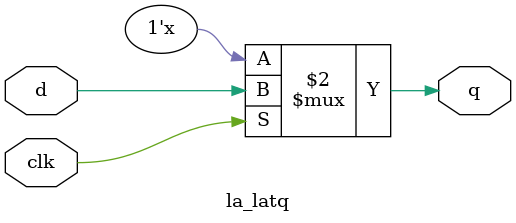
<source format=v>


module la_latq #(
    parameter PROP = "DEFAULT"
) (
    input      d,
    input      clk,
    output reg q
);

    always @(clk or d) if (clk) q <= d;

endmodule

</source>
